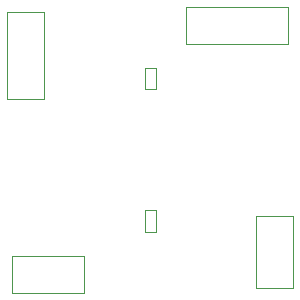
<source format=gbr>
%TF.GenerationSoftware,KiCad,Pcbnew,9.0.5-1.fc42*%
%TF.CreationDate,2025-12-03T03:07:18+01:00*%
%TF.ProjectId,Block-Switch-2V,426c6f63-6b2d-4537-9769-7463682d3256,1*%
%TF.SameCoordinates,Original*%
%TF.FileFunction,Other,User*%
%FSLAX46Y46*%
G04 Gerber Fmt 4.6, Leading zero omitted, Abs format (unit mm)*
G04 Created by KiCad (PCBNEW 9.0.5-1.fc42) date 2025-12-03 03:07:18*
%MOMM*%
%LPD*%
G01*
G04 APERTURE LIST*
%ADD10C,0.050000*%
G04 APERTURE END LIST*
D10*
%TO.C,J4*%
X127385000Y-122655000D02*
X133475000Y-122655000D01*
X127385000Y-125755000D02*
X127385000Y-122655000D01*
X133475000Y-122655000D02*
X133475000Y-125755000D01*
X133475000Y-125755000D02*
X127385000Y-125755000D01*
%TO.C,R2*%
X139535000Y-120627810D02*
X139535000Y-118767810D01*
X139535000Y-118767810D02*
X138595000Y-118767810D01*
X138595000Y-120627810D02*
X139535000Y-120627810D01*
X138595000Y-118767810D02*
X138595000Y-120627810D01*
%TO.C,R1*%
X139535000Y-108562190D02*
X139535000Y-106702190D01*
X139535000Y-106702190D02*
X138595000Y-106702190D01*
X138595000Y-108562190D02*
X139535000Y-108562190D01*
X138595000Y-106702190D02*
X138595000Y-108562190D01*
%TO.C,J2*%
X148055000Y-119255000D02*
X151155000Y-119255000D01*
X148055000Y-125345000D02*
X148055000Y-119255000D01*
X151155000Y-119255000D02*
X151155000Y-125345000D01*
X151155000Y-125345000D02*
X148055000Y-125345000D01*
%TO.C,J1*%
X126975000Y-101985000D02*
X130075000Y-101985000D01*
X126975000Y-109345000D02*
X126975000Y-101985000D01*
X130075000Y-101985000D02*
X130075000Y-109345000D01*
X130075000Y-109345000D02*
X126975000Y-109345000D01*
%TO.C,J3*%
X142115000Y-101575000D02*
X150745000Y-101575000D01*
X142115000Y-104675000D02*
X142115000Y-101575000D01*
X150745000Y-101575000D02*
X150745000Y-104675000D01*
X150745000Y-104675000D02*
X142115000Y-104675000D01*
%TD*%
M02*

</source>
